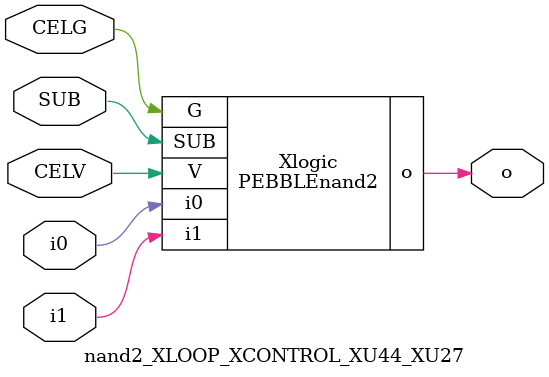
<source format=v>



module PEBBLEnand2 ( o, G, SUB, V, i0, i1 );

  input i0;
  input V;
  input i1;
  input G;
  output o;
  input SUB;
endmodule

//Celera Confidential Do Not Copy nand2_XLOOP_XCONTROL_XU44_XU27
//Celera Confidential Symbol Generator
//5V NAND2
module nand2_XLOOP_XCONTROL_XU44_XU27 (CELV,CELG,i0,i1,o,SUB);
input CELV;
input CELG;
input i0;
input i1;
input SUB;
output o;

//Celera Confidential Do Not Copy nand2
PEBBLEnand2 Xlogic(
.V (CELV),
.i0 (i0),
.i1 (i1),
.o (o),
.SUB (SUB),
.G (CELG)
);
//,diesize,PEBBLEnand2

//Celera Confidential Do Not Copy Module End
//Celera Schematic Generator
endmodule

</source>
